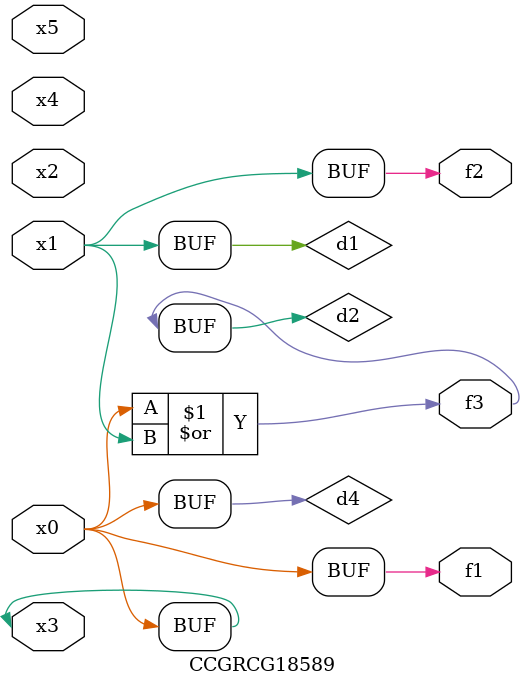
<source format=v>
module CCGRCG18589(
	input x0, x1, x2, x3, x4, x5,
	output f1, f2, f3
);

	wire d1, d2, d3, d4;

	and (d1, x1);
	or (d2, x0, x1);
	nand (d3, x0, x5);
	buf (d4, x0, x3);
	assign f1 = d4;
	assign f2 = d1;
	assign f3 = d2;
endmodule

</source>
